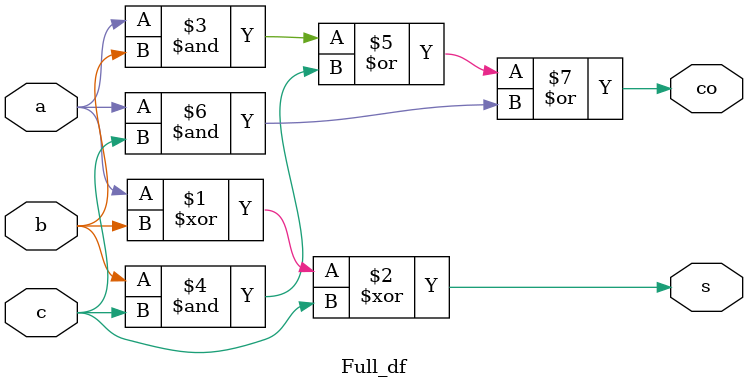
<source format=v>
`timescale 1ns / 1ps


module Full_df(s,co,a,b,c);
input a, b, c;
output s, co;
assign s=a^b^c;
assign co=(a&b)|(b&c)|(a&c);
endmodule

</source>
